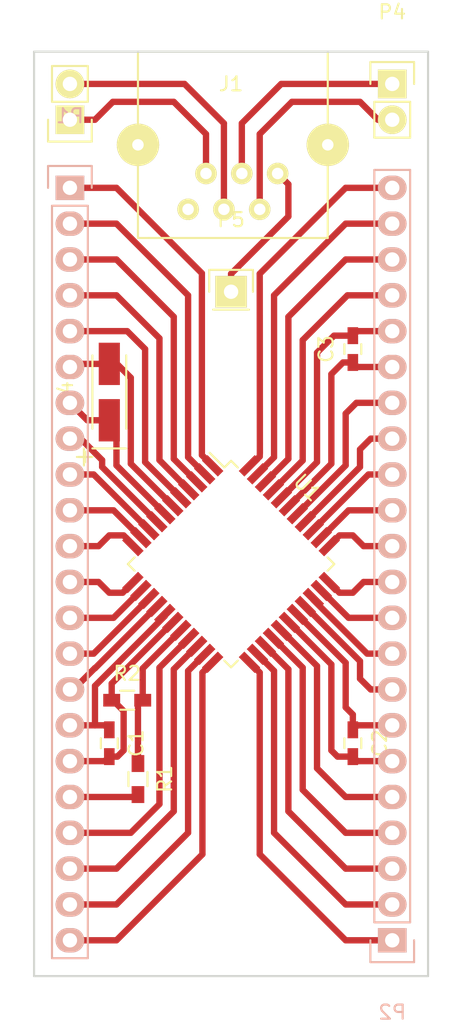
<source format=kicad_pcb>
(kicad_pcb (version 4) (host pcbnew 4.0.0-stable)

  (general
    (links 60)
    (no_connects 0)
    (area 106.651667 67.689 139.728334 140.695)
    (thickness 1.6)
    (drawings 4)
    (tracks 212)
    (zones 0)
    (modules 13)
    (nets 54)
  )

  (page A4)
  (layers
    (0 F.Cu signal)
    (31 B.Cu signal)
    (32 B.Adhes user)
    (33 F.Adhes user)
    (34 B.Paste user)
    (35 F.Paste user)
    (36 B.SilkS user)
    (37 F.SilkS user)
    (38 B.Mask user)
    (39 F.Mask user)
    (40 Dwgs.User user)
    (41 Cmts.User user)
    (42 Eco1.User user)
    (43 Eco2.User user)
    (44 Edge.Cuts user)
    (45 Margin user)
    (46 B.CrtYd user)
    (47 F.CrtYd user)
    (48 B.Fab user)
    (49 F.Fab user)
  )

  (setup
    (last_trace_width 0.45)
    (trace_clearance 0.2)
    (zone_clearance 0.508)
    (zone_45_only no)
    (trace_min 0.2)
    (segment_width 0.2)
    (edge_width 0.15)
    (via_size 0.6)
    (via_drill 0.4)
    (via_min_size 0.4)
    (via_min_drill 0.3)
    (uvia_size 0.3)
    (uvia_drill 0.1)
    (uvias_allowed no)
    (uvia_min_size 0.2)
    (uvia_min_drill 0.1)
    (pcb_text_width 0.3)
    (pcb_text_size 1.5 1.5)
    (mod_edge_width 0.15)
    (mod_text_size 1 1)
    (mod_text_width 0.15)
    (pad_size 1.524 1.524)
    (pad_drill 0.762)
    (pad_to_mask_clearance 0.2)
    (aux_axis_origin 0 0)
    (visible_elements 7FFFFFBF)
    (pcbplotparams
      (layerselection 0x01000_80000001)
      (usegerberextensions false)
      (excludeedgelayer true)
      (linewidth 0.100000)
      (plotframeref false)
      (viasonmask false)
      (mode 1)
      (useauxorigin false)
      (hpglpennumber 1)
      (hpglpenspeed 20)
      (hpglpendiameter 15)
      (hpglpenoverlay 2)
      (psnegative false)
      (psa4output false)
      (plotreference true)
      (plotvalue true)
      (plotinvisibletext false)
      (padsonsilk false)
      (subtractmaskfromsilk false)
      (outputformat 1)
      (mirror false)
      (drillshape 0)
      (scaleselection 1)
      (outputdirectory ""))
  )

  (net 0 "")
  (net 1 /1)
  (net 2 /2)
  (net 3 /3)
  (net 4 /4)
  (net 5 /5)
  (net 6 /6)
  (net 7 /7)
  (net 8 /8)
  (net 9 /9)
  (net 10 /10)
  (net 11 /11)
  (net 12 /12)
  (net 13 /13)
  (net 14 /14)
  (net 15 /15)
  (net 16 /16)
  (net 17 /17)
  (net 18 /18)
  (net 19 /19)
  (net 20 /20)
  (net 21 /21)
  (net 22 /22)
  (net 23 /23)
  (net 24 /24)
  (net 25 /25)
  (net 26 /26)
  (net 27 /27)
  (net 28 /28)
  (net 29 /29)
  (net 30 /30)
  (net 31 /31)
  (net 32 /32)
  (net 33 /33)
  (net 34 /34)
  (net 35 /35)
  (net 36 /36)
  (net 37 /37)
  (net 38 /38)
  (net 39 /39)
  (net 40 /40)
  (net 41 /41)
  (net 42 /42)
  (net 43 /43)
  (net 44 /44)
  (net 45 /~MCLR~)
  (net 46 "Net-(J1-Pad6)")
  (net 47 "Net-(J1-Pad8)")
  (net 48 "Net-(J1-Pad7)")
  (net 49 "Net-(J1-Pad4)")
  (net 50 "Net-(J1-Pad2)")
  (net 51 "Net-(J1-Pad1)")
  (net 52 "Net-(J1-Pad3)")
  (net 53 "Net-(J1-Pad5)")

  (net_class Default "This is the default net class."
    (clearance 0.2)
    (trace_width 0.45)
    (via_dia 0.6)
    (via_drill 0.4)
    (uvia_dia 0.3)
    (uvia_drill 0.1)
    (add_net /1)
    (add_net /10)
    (add_net /11)
    (add_net /12)
    (add_net /13)
    (add_net /14)
    (add_net /15)
    (add_net /16)
    (add_net /17)
    (add_net /18)
    (add_net /19)
    (add_net /2)
    (add_net /20)
    (add_net /21)
    (add_net /22)
    (add_net /23)
    (add_net /24)
    (add_net /25)
    (add_net /26)
    (add_net /27)
    (add_net /28)
    (add_net /29)
    (add_net /3)
    (add_net /30)
    (add_net /31)
    (add_net /32)
    (add_net /33)
    (add_net /34)
    (add_net /35)
    (add_net /36)
    (add_net /37)
    (add_net /38)
    (add_net /39)
    (add_net /4)
    (add_net /40)
    (add_net /41)
    (add_net /42)
    (add_net /43)
    (add_net /44)
    (add_net /5)
    (add_net /6)
    (add_net /7)
    (add_net /8)
    (add_net /9)
    (add_net /~MCLR~)
    (add_net "Net-(J1-Pad1)")
    (add_net "Net-(J1-Pad2)")
    (add_net "Net-(J1-Pad3)")
    (add_net "Net-(J1-Pad4)")
    (add_net "Net-(J1-Pad5)")
    (add_net "Net-(J1-Pad6)")
    (add_net "Net-(J1-Pad7)")
    (add_net "Net-(J1-Pad8)")
  )

  (module Pin_Headers:Pin_Header_Straight_1x22 (layer B.Cu) (tedit 0) (tstamp 56FAF006)
    (at 111.76 81.28 180)
    (descr "Through hole pin header")
    (tags "pin header")
    (path /56FAE7D2)
    (fp_text reference P1 (at 0 5.1 180) (layer B.SilkS)
      (effects (font (size 1 1) (thickness 0.15)) (justify mirror))
    )
    (fp_text value CONN_01X22 (at 0 3.1 180) (layer B.Fab)
      (effects (font (size 1 1) (thickness 0.15)) (justify mirror))
    )
    (fp_line (start -1.75 1.75) (end -1.75 -55.1) (layer B.CrtYd) (width 0.05))
    (fp_line (start 1.75 1.75) (end 1.75 -55.1) (layer B.CrtYd) (width 0.05))
    (fp_line (start -1.75 1.75) (end 1.75 1.75) (layer B.CrtYd) (width 0.05))
    (fp_line (start -1.75 -55.1) (end 1.75 -55.1) (layer B.CrtYd) (width 0.05))
    (fp_line (start -1.27 -1.27) (end -1.27 -54.61) (layer B.SilkS) (width 0.15))
    (fp_line (start -1.27 -54.61) (end 1.27 -54.61) (layer B.SilkS) (width 0.15))
    (fp_line (start 1.27 -54.61) (end 1.27 -1.27) (layer B.SilkS) (width 0.15))
    (fp_line (start 1.55 1.55) (end 1.55 0) (layer B.SilkS) (width 0.15))
    (fp_line (start 1.27 -1.27) (end -1.27 -1.27) (layer B.SilkS) (width 0.15))
    (fp_line (start -1.55 0) (end -1.55 1.55) (layer B.SilkS) (width 0.15))
    (fp_line (start -1.55 1.55) (end 1.55 1.55) (layer B.SilkS) (width 0.15))
    (pad 1 thru_hole rect (at 0 0 180) (size 2.032 1.7272) (drill 1.016) (layers *.Cu *.Mask B.SilkS)
      (net 1 /1))
    (pad 2 thru_hole oval (at 0 -2.54 180) (size 2.032 1.7272) (drill 1.016) (layers *.Cu *.Mask B.SilkS)
      (net 2 /2))
    (pad 3 thru_hole oval (at 0 -5.08 180) (size 2.032 1.7272) (drill 1.016) (layers *.Cu *.Mask B.SilkS)
      (net 3 /3))
    (pad 4 thru_hole oval (at 0 -7.62 180) (size 2.032 1.7272) (drill 1.016) (layers *.Cu *.Mask B.SilkS)
      (net 4 /4))
    (pad 5 thru_hole oval (at 0 -10.16 180) (size 2.032 1.7272) (drill 1.016) (layers *.Cu *.Mask B.SilkS)
      (net 5 /5))
    (pad 6 thru_hole oval (at 0 -12.7 180) (size 2.032 1.7272) (drill 1.016) (layers *.Cu *.Mask B.SilkS)
      (net 6 /6))
    (pad 7 thru_hole oval (at 0 -15.24 180) (size 2.032 1.7272) (drill 1.016) (layers *.Cu *.Mask B.SilkS)
      (net 7 /7))
    (pad 8 thru_hole oval (at 0 -17.78 180) (size 2.032 1.7272) (drill 1.016) (layers *.Cu *.Mask B.SilkS)
      (net 8 /8))
    (pad 9 thru_hole oval (at 0 -20.32 180) (size 2.032 1.7272) (drill 1.016) (layers *.Cu *.Mask B.SilkS)
      (net 9 /9))
    (pad 10 thru_hole oval (at 0 -22.86 180) (size 2.032 1.7272) (drill 1.016) (layers *.Cu *.Mask B.SilkS)
      (net 10 /10))
    (pad 11 thru_hole oval (at 0 -25.4 180) (size 2.032 1.7272) (drill 1.016) (layers *.Cu *.Mask B.SilkS)
      (net 11 /11))
    (pad 12 thru_hole oval (at 0 -27.94 180) (size 2.032 1.7272) (drill 1.016) (layers *.Cu *.Mask B.SilkS)
      (net 12 /12))
    (pad 13 thru_hole oval (at 0 -30.48 180) (size 2.032 1.7272) (drill 1.016) (layers *.Cu *.Mask B.SilkS)
      (net 13 /13))
    (pad 14 thru_hole oval (at 0 -33.02 180) (size 2.032 1.7272) (drill 1.016) (layers *.Cu *.Mask B.SilkS)
      (net 14 /14))
    (pad 15 thru_hole oval (at 0 -35.56 180) (size 2.032 1.7272) (drill 1.016) (layers *.Cu *.Mask B.SilkS)
      (net 15 /15))
    (pad 16 thru_hole oval (at 0 -38.1 180) (size 2.032 1.7272) (drill 1.016) (layers *.Cu *.Mask B.SilkS)
      (net 16 /16))
    (pad 17 thru_hole oval (at 0 -40.64 180) (size 2.032 1.7272) (drill 1.016) (layers *.Cu *.Mask B.SilkS)
      (net 17 /17))
    (pad 18 thru_hole oval (at 0 -43.18 180) (size 2.032 1.7272) (drill 1.016) (layers *.Cu *.Mask B.SilkS)
      (net 18 /18))
    (pad 19 thru_hole oval (at 0 -45.72 180) (size 2.032 1.7272) (drill 1.016) (layers *.Cu *.Mask B.SilkS)
      (net 19 /19))
    (pad 20 thru_hole oval (at 0 -48.26 180) (size 2.032 1.7272) (drill 1.016) (layers *.Cu *.Mask B.SilkS)
      (net 20 /20))
    (pad 21 thru_hole oval (at 0 -50.8 180) (size 2.032 1.7272) (drill 1.016) (layers *.Cu *.Mask B.SilkS)
      (net 21 /21))
    (pad 22 thru_hole oval (at 0 -53.34 180) (size 2.032 1.7272) (drill 1.016) (layers *.Cu *.Mask B.SilkS)
      (net 22 /22))
    (model Pin_Headers.3dshapes/Pin_Header_Straight_1x22.wrl
      (at (xyz 0 -1.05 0))
      (scale (xyz 1 1 1))
      (rotate (xyz 0 0 90))
    )
  )

  (module Pin_Headers:Pin_Header_Straight_1x22 (layer B.Cu) (tedit 0) (tstamp 56FAF020)
    (at 134.62 134.62)
    (descr "Through hole pin header")
    (tags "pin header")
    (path /56FAE805)
    (fp_text reference P2 (at 0 5.1) (layer B.SilkS)
      (effects (font (size 1 1) (thickness 0.15)) (justify mirror))
    )
    (fp_text value CONN_01X22 (at 0 3.1) (layer B.Fab)
      (effects (font (size 1 1) (thickness 0.15)) (justify mirror))
    )
    (fp_line (start -1.75 1.75) (end -1.75 -55.1) (layer B.CrtYd) (width 0.05))
    (fp_line (start 1.75 1.75) (end 1.75 -55.1) (layer B.CrtYd) (width 0.05))
    (fp_line (start -1.75 1.75) (end 1.75 1.75) (layer B.CrtYd) (width 0.05))
    (fp_line (start -1.75 -55.1) (end 1.75 -55.1) (layer B.CrtYd) (width 0.05))
    (fp_line (start -1.27 -1.27) (end -1.27 -54.61) (layer B.SilkS) (width 0.15))
    (fp_line (start -1.27 -54.61) (end 1.27 -54.61) (layer B.SilkS) (width 0.15))
    (fp_line (start 1.27 -54.61) (end 1.27 -1.27) (layer B.SilkS) (width 0.15))
    (fp_line (start 1.55 1.55) (end 1.55 0) (layer B.SilkS) (width 0.15))
    (fp_line (start 1.27 -1.27) (end -1.27 -1.27) (layer B.SilkS) (width 0.15))
    (fp_line (start -1.55 0) (end -1.55 1.55) (layer B.SilkS) (width 0.15))
    (fp_line (start -1.55 1.55) (end 1.55 1.55) (layer B.SilkS) (width 0.15))
    (pad 1 thru_hole rect (at 0 0) (size 2.032 1.7272) (drill 1.016) (layers *.Cu *.Mask B.SilkS)
      (net 23 /23))
    (pad 2 thru_hole oval (at 0 -2.54) (size 2.032 1.7272) (drill 1.016) (layers *.Cu *.Mask B.SilkS)
      (net 24 /24))
    (pad 3 thru_hole oval (at 0 -5.08) (size 2.032 1.7272) (drill 1.016) (layers *.Cu *.Mask B.SilkS)
      (net 25 /25))
    (pad 4 thru_hole oval (at 0 -7.62) (size 2.032 1.7272) (drill 1.016) (layers *.Cu *.Mask B.SilkS)
      (net 26 /26))
    (pad 5 thru_hole oval (at 0 -10.16) (size 2.032 1.7272) (drill 1.016) (layers *.Cu *.Mask B.SilkS)
      (net 27 /27))
    (pad 6 thru_hole oval (at 0 -12.7) (size 2.032 1.7272) (drill 1.016) (layers *.Cu *.Mask B.SilkS)
      (net 28 /28))
    (pad 7 thru_hole oval (at 0 -15.24) (size 2.032 1.7272) (drill 1.016) (layers *.Cu *.Mask B.SilkS)
      (net 29 /29))
    (pad 8 thru_hole oval (at 0 -17.78) (size 2.032 1.7272) (drill 1.016) (layers *.Cu *.Mask B.SilkS)
      (net 30 /30))
    (pad 9 thru_hole oval (at 0 -20.32) (size 2.032 1.7272) (drill 1.016) (layers *.Cu *.Mask B.SilkS)
      (net 31 /31))
    (pad 10 thru_hole oval (at 0 -22.86) (size 2.032 1.7272) (drill 1.016) (layers *.Cu *.Mask B.SilkS)
      (net 32 /32))
    (pad 11 thru_hole oval (at 0 -25.4) (size 2.032 1.7272) (drill 1.016) (layers *.Cu *.Mask B.SilkS)
      (net 33 /33))
    (pad 12 thru_hole oval (at 0 -27.94) (size 2.032 1.7272) (drill 1.016) (layers *.Cu *.Mask B.SilkS)
      (net 34 /34))
    (pad 13 thru_hole oval (at 0 -30.48) (size 2.032 1.7272) (drill 1.016) (layers *.Cu *.Mask B.SilkS)
      (net 35 /35))
    (pad 14 thru_hole oval (at 0 -33.02) (size 2.032 1.7272) (drill 1.016) (layers *.Cu *.Mask B.SilkS)
      (net 36 /36))
    (pad 15 thru_hole oval (at 0 -35.56) (size 2.032 1.7272) (drill 1.016) (layers *.Cu *.Mask B.SilkS)
      (net 37 /37))
    (pad 16 thru_hole oval (at 0 -38.1) (size 2.032 1.7272) (drill 1.016) (layers *.Cu *.Mask B.SilkS)
      (net 38 /38))
    (pad 17 thru_hole oval (at 0 -40.64) (size 2.032 1.7272) (drill 1.016) (layers *.Cu *.Mask B.SilkS)
      (net 39 /39))
    (pad 18 thru_hole oval (at 0 -43.18) (size 2.032 1.7272) (drill 1.016) (layers *.Cu *.Mask B.SilkS)
      (net 40 /40))
    (pad 19 thru_hole oval (at 0 -45.72) (size 2.032 1.7272) (drill 1.016) (layers *.Cu *.Mask B.SilkS)
      (net 41 /41))
    (pad 20 thru_hole oval (at 0 -48.26) (size 2.032 1.7272) (drill 1.016) (layers *.Cu *.Mask B.SilkS)
      (net 42 /42))
    (pad 21 thru_hole oval (at 0 -50.8) (size 2.032 1.7272) (drill 1.016) (layers *.Cu *.Mask B.SilkS)
      (net 43 /43))
    (pad 22 thru_hole oval (at 0 -53.34) (size 2.032 1.7272) (drill 1.016) (layers *.Cu *.Mask B.SilkS)
      (net 44 /44))
    (model Pin_Headers.3dshapes/Pin_Header_Straight_1x22.wrl
      (at (xyz 0 -1.05 0))
      (scale (xyz 1 1 1))
      (rotate (xyz 0 0 90))
    )
  )

  (module Housings_QFP:LQFP-44_10x10mm_Pitch0.8mm (layer F.Cu) (tedit 54130A77) (tstamp 56FAF050)
    (at 123.19 107.95 315)
    (descr "LQFP44 (see Appnote_PCB_Guidelines_TRINAMIC_packages.pdf)")
    (tags "QFP 0.8")
    (path /56FAEAD5)
    (attr smd)
    (fp_text reference U1 (at 0 -7.65 315) (layer F.SilkS)
      (effects (font (size 1 1) (thickness 0.15)))
    )
    (fp_text value DSPIC33EP128GM304 (at 0 7.65 315) (layer F.Fab)
      (effects (font (size 1 1) (thickness 0.15)))
    )
    (fp_line (start -6.9 -6.9) (end -6.9 6.9) (layer F.CrtYd) (width 0.05))
    (fp_line (start 6.9 -6.9) (end 6.9 6.9) (layer F.CrtYd) (width 0.05))
    (fp_line (start -6.9 -6.9) (end 6.9 -6.9) (layer F.CrtYd) (width 0.05))
    (fp_line (start -6.9 6.9) (end 6.9 6.9) (layer F.CrtYd) (width 0.05))
    (fp_line (start -5.175 -5.175) (end -5.175 -4.505) (layer F.SilkS) (width 0.15))
    (fp_line (start 5.175 -5.175) (end 5.175 -4.505) (layer F.SilkS) (width 0.15))
    (fp_line (start 5.175 5.175) (end 5.175 4.505) (layer F.SilkS) (width 0.15))
    (fp_line (start -5.175 5.175) (end -5.175 4.505) (layer F.SilkS) (width 0.15))
    (fp_line (start -5.175 -5.175) (end -4.505 -5.175) (layer F.SilkS) (width 0.15))
    (fp_line (start -5.175 5.175) (end -4.505 5.175) (layer F.SilkS) (width 0.15))
    (fp_line (start 5.175 5.175) (end 4.505 5.175) (layer F.SilkS) (width 0.15))
    (fp_line (start 5.175 -5.175) (end 4.505 -5.175) (layer F.SilkS) (width 0.15))
    (fp_line (start -5.175 -4.505) (end -6.65 -4.505) (layer F.SilkS) (width 0.15))
    (pad 1 smd rect (at -5.85 -4 315) (size 1.6 0.56) (layers F.Cu F.Paste F.Mask)
      (net 1 /1))
    (pad 2 smd rect (at -5.85 -3.2 315) (size 1.6 0.56) (layers F.Cu F.Paste F.Mask)
      (net 2 /2))
    (pad 3 smd rect (at -5.85 -2.4 315) (size 1.6 0.56) (layers F.Cu F.Paste F.Mask)
      (net 3 /3))
    (pad 4 smd rect (at -5.85 -1.6 315) (size 1.6 0.56) (layers F.Cu F.Paste F.Mask)
      (net 4 /4))
    (pad 5 smd rect (at -5.85 -0.8 315) (size 1.6 0.56) (layers F.Cu F.Paste F.Mask)
      (net 5 /5))
    (pad 6 smd rect (at -5.85 0 315) (size 1.6 0.56) (layers F.Cu F.Paste F.Mask)
      (net 6 /6))
    (pad 7 smd rect (at -5.85 0.8 315) (size 1.6 0.56) (layers F.Cu F.Paste F.Mask)
      (net 7 /7))
    (pad 8 smd rect (at -5.85 1.6 315) (size 1.6 0.56) (layers F.Cu F.Paste F.Mask)
      (net 8 /8))
    (pad 9 smd rect (at -5.85 2.4 315) (size 1.6 0.56) (layers F.Cu F.Paste F.Mask)
      (net 9 /9))
    (pad 10 smd rect (at -5.85 3.2 315) (size 1.6 0.56) (layers F.Cu F.Paste F.Mask)
      (net 10 /10))
    (pad 11 smd rect (at -5.85 4 315) (size 1.6 0.56) (layers F.Cu F.Paste F.Mask)
      (net 11 /11))
    (pad 12 smd rect (at -4 5.85 45) (size 1.6 0.56) (layers F.Cu F.Paste F.Mask)
      (net 12 /12))
    (pad 13 smd rect (at -3.2 5.85 45) (size 1.6 0.56) (layers F.Cu F.Paste F.Mask)
      (net 13 /13))
    (pad 14 smd rect (at -2.4 5.85 45) (size 1.6 0.56) (layers F.Cu F.Paste F.Mask)
      (net 14 /14))
    (pad 15 smd rect (at -1.6 5.85 45) (size 1.6 0.56) (layers F.Cu F.Paste F.Mask)
      (net 15 /15))
    (pad 16 smd rect (at -0.8 5.85 45) (size 1.6 0.56) (layers F.Cu F.Paste F.Mask)
      (net 16 /16))
    (pad 17 smd rect (at 0 5.85 45) (size 1.6 0.56) (layers F.Cu F.Paste F.Mask)
      (net 17 /17))
    (pad 18 smd rect (at 0.8 5.85 45) (size 1.6 0.56) (layers F.Cu F.Paste F.Mask)
      (net 45 /~MCLR~))
    (pad 19 smd rect (at 1.6 5.85 45) (size 1.6 0.56) (layers F.Cu F.Paste F.Mask)
      (net 19 /19))
    (pad 20 smd rect (at 2.4 5.85 45) (size 1.6 0.56) (layers F.Cu F.Paste F.Mask)
      (net 20 /20))
    (pad 21 smd rect (at 3.2 5.85 45) (size 1.6 0.56) (layers F.Cu F.Paste F.Mask)
      (net 21 /21))
    (pad 22 smd rect (at 4 5.85 45) (size 1.6 0.56) (layers F.Cu F.Paste F.Mask)
      (net 22 /22))
    (pad 23 smd rect (at 5.85 4 315) (size 1.6 0.56) (layers F.Cu F.Paste F.Mask)
      (net 23 /23))
    (pad 24 smd rect (at 5.85 3.2 315) (size 1.6 0.56) (layers F.Cu F.Paste F.Mask)
      (net 24 /24))
    (pad 25 smd rect (at 5.85 2.4 315) (size 1.6 0.56) (layers F.Cu F.Paste F.Mask)
      (net 25 /25))
    (pad 26 smd rect (at 5.85 1.6 315) (size 1.6 0.56) (layers F.Cu F.Paste F.Mask)
      (net 26 /26))
    (pad 27 smd rect (at 5.85 0.8 315) (size 1.6 0.56) (layers F.Cu F.Paste F.Mask)
      (net 27 /27))
    (pad 28 smd rect (at 5.85 0 315) (size 1.6 0.56) (layers F.Cu F.Paste F.Mask)
      (net 28 /28))
    (pad 29 smd rect (at 5.85 -0.8 315) (size 1.6 0.56) (layers F.Cu F.Paste F.Mask)
      (net 29 /29))
    (pad 30 smd rect (at 5.85 -1.6 315) (size 1.6 0.56) (layers F.Cu F.Paste F.Mask)
      (net 30 /30))
    (pad 31 smd rect (at 5.85 -2.4 315) (size 1.6 0.56) (layers F.Cu F.Paste F.Mask)
      (net 31 /31))
    (pad 32 smd rect (at 5.85 -3.2 315) (size 1.6 0.56) (layers F.Cu F.Paste F.Mask)
      (net 32 /32))
    (pad 33 smd rect (at 5.85 -4 315) (size 1.6 0.56) (layers F.Cu F.Paste F.Mask)
      (net 33 /33))
    (pad 34 smd rect (at 4 -5.85 45) (size 1.6 0.56) (layers F.Cu F.Paste F.Mask)
      (net 34 /34))
    (pad 35 smd rect (at 3.2 -5.85 45) (size 1.6 0.56) (layers F.Cu F.Paste F.Mask)
      (net 35 /35))
    (pad 36 smd rect (at 2.4 -5.85 45) (size 1.6 0.56) (layers F.Cu F.Paste F.Mask)
      (net 36 /36))
    (pad 37 smd rect (at 1.6 -5.85 45) (size 1.6 0.56) (layers F.Cu F.Paste F.Mask)
      (net 37 /37))
    (pad 38 smd rect (at 0.8 -5.85 45) (size 1.6 0.56) (layers F.Cu F.Paste F.Mask)
      (net 38 /38))
    (pad 39 smd rect (at 0 -5.85 45) (size 1.6 0.56) (layers F.Cu F.Paste F.Mask)
      (net 39 /39))
    (pad 40 smd rect (at -0.8 -5.85 45) (size 1.6 0.56) (layers F.Cu F.Paste F.Mask)
      (net 40 /40))
    (pad 41 smd rect (at -1.6 -5.85 45) (size 1.6 0.56) (layers F.Cu F.Paste F.Mask)
      (net 41 /41))
    (pad 42 smd rect (at -2.4 -5.85 45) (size 1.6 0.56) (layers F.Cu F.Paste F.Mask)
      (net 42 /42))
    (pad 43 smd rect (at -3.2 -5.85 45) (size 1.6 0.56) (layers F.Cu F.Paste F.Mask)
      (net 43 /43))
    (pad 44 smd rect (at -4 -5.85 45) (size 1.6 0.56) (layers F.Cu F.Paste F.Mask)
      (net 44 /44))
    (model Housings_QFP.3dshapes/LQFP-44_10x10mm_Pitch0.8mm.wrl
      (at (xyz 0 0 0))
      (scale (xyz 1 1 1))
      (rotate (xyz 0 0 0))
    )
  )

  (module Capacitors_SMD:C_0603_HandSoldering (layer F.Cu) (tedit 541A9B4D) (tstamp 56FB8053)
    (at 114.554 120.65 270)
    (descr "Capacitor SMD 0603, hand soldering")
    (tags "capacitor 0603")
    (path /56FB240F)
    (attr smd)
    (fp_text reference C1 (at 0 -1.9 270) (layer F.SilkS)
      (effects (font (size 1 1) (thickness 0.15)))
    )
    (fp_text value 100nF (at 0 1.9 270) (layer F.Fab)
      (effects (font (size 1 1) (thickness 0.15)))
    )
    (fp_line (start -1.85 -0.75) (end 1.85 -0.75) (layer F.CrtYd) (width 0.05))
    (fp_line (start -1.85 0.75) (end 1.85 0.75) (layer F.CrtYd) (width 0.05))
    (fp_line (start -1.85 -0.75) (end -1.85 0.75) (layer F.CrtYd) (width 0.05))
    (fp_line (start 1.85 -0.75) (end 1.85 0.75) (layer F.CrtYd) (width 0.05))
    (fp_line (start -0.35 -0.6) (end 0.35 -0.6) (layer F.SilkS) (width 0.15))
    (fp_line (start 0.35 0.6) (end -0.35 0.6) (layer F.SilkS) (width 0.15))
    (pad 1 smd rect (at -0.95 0 270) (size 1.2 0.75) (layers F.Cu F.Paste F.Mask)
      (net 16 /16))
    (pad 2 smd rect (at 0.95 0 270) (size 1.2 0.75) (layers F.Cu F.Paste F.Mask)
      (net 17 /17))
    (model Capacitors_SMD.3dshapes/C_0603_HandSoldering.wrl
      (at (xyz 0 0 0))
      (scale (xyz 1 1 1))
      (rotate (xyz 0 0 0))
    )
  )

  (module Capacitors_SMD:C_0603_HandSoldering (layer F.Cu) (tedit 541A9B4D) (tstamp 56FB805F)
    (at 131.826 120.65 270)
    (descr "Capacitor SMD 0603, hand soldering")
    (tags "capacitor 0603")
    (path /56FB2494)
    (attr smd)
    (fp_text reference C2 (at 0 -1.9 270) (layer F.SilkS)
      (effects (font (size 1 1) (thickness 0.15)))
    )
    (fp_text value 100nF (at 0 1.9 270) (layer F.Fab)
      (effects (font (size 1 1) (thickness 0.15)))
    )
    (fp_line (start -1.85 -0.75) (end 1.85 -0.75) (layer F.CrtYd) (width 0.05))
    (fp_line (start -1.85 0.75) (end 1.85 0.75) (layer F.CrtYd) (width 0.05))
    (fp_line (start -1.85 -0.75) (end -1.85 0.75) (layer F.CrtYd) (width 0.05))
    (fp_line (start 1.85 -0.75) (end 1.85 0.75) (layer F.CrtYd) (width 0.05))
    (fp_line (start -0.35 -0.6) (end 0.35 -0.6) (layer F.SilkS) (width 0.15))
    (fp_line (start 0.35 0.6) (end -0.35 0.6) (layer F.SilkS) (width 0.15))
    (pad 1 smd rect (at -0.95 0 270) (size 1.2 0.75) (layers F.Cu F.Paste F.Mask)
      (net 29 /29))
    (pad 2 smd rect (at 0.95 0 270) (size 1.2 0.75) (layers F.Cu F.Paste F.Mask)
      (net 28 /28))
    (model Capacitors_SMD.3dshapes/C_0603_HandSoldering.wrl
      (at (xyz 0 0 0))
      (scale (xyz 1 1 1))
      (rotate (xyz 0 0 0))
    )
  )

  (module Capacitors_SMD:C_0603_HandSoldering (layer F.Cu) (tedit 541A9B4D) (tstamp 56FB806B)
    (at 131.826 92.71 90)
    (descr "Capacitor SMD 0603, hand soldering")
    (tags "capacitor 0603")
    (path /56FB24E1)
    (attr smd)
    (fp_text reference C3 (at 0 -1.9 90) (layer F.SilkS)
      (effects (font (size 1 1) (thickness 0.15)))
    )
    (fp_text value 100nF (at 0 1.9 90) (layer F.Fab)
      (effects (font (size 1 1) (thickness 0.15)))
    )
    (fp_line (start -1.85 -0.75) (end 1.85 -0.75) (layer F.CrtYd) (width 0.05))
    (fp_line (start -1.85 0.75) (end 1.85 0.75) (layer F.CrtYd) (width 0.05))
    (fp_line (start -1.85 -0.75) (end -1.85 0.75) (layer F.CrtYd) (width 0.05))
    (fp_line (start 1.85 -0.75) (end 1.85 0.75) (layer F.CrtYd) (width 0.05))
    (fp_line (start -0.35 -0.6) (end 0.35 -0.6) (layer F.SilkS) (width 0.15))
    (fp_line (start 0.35 0.6) (end -0.35 0.6) (layer F.SilkS) (width 0.15))
    (pad 1 smd rect (at -0.95 0 90) (size 1.2 0.75) (layers F.Cu F.Paste F.Mask)
      (net 39 /39))
    (pad 2 smd rect (at 0.95 0 90) (size 1.2 0.75) (layers F.Cu F.Paste F.Mask)
      (net 40 /40))
    (model Capacitors_SMD.3dshapes/C_0603_HandSoldering.wrl
      (at (xyz 0 0 0))
      (scale (xyz 1 1 1))
      (rotate (xyz 0 0 0))
    )
  )

  (module Resistors_SMD:R_0603_HandSoldering (layer F.Cu) (tedit 5418A00F) (tstamp 56FD11A4)
    (at 116.586 123.19 270)
    (descr "Resistor SMD 0603, hand soldering")
    (tags "resistor 0603")
    (path /56FB9DCF)
    (attr smd)
    (fp_text reference R1 (at 0 -1.9 270) (layer F.SilkS)
      (effects (font (size 1 1) (thickness 0.15)))
    )
    (fp_text value 470E (at 0 1.9 270) (layer F.Fab)
      (effects (font (size 1 1) (thickness 0.15)))
    )
    (fp_line (start -2 -0.8) (end 2 -0.8) (layer F.CrtYd) (width 0.05))
    (fp_line (start -2 0.8) (end 2 0.8) (layer F.CrtYd) (width 0.05))
    (fp_line (start -2 -0.8) (end -2 0.8) (layer F.CrtYd) (width 0.05))
    (fp_line (start 2 -0.8) (end 2 0.8) (layer F.CrtYd) (width 0.05))
    (fp_line (start 0.5 0.675) (end -0.5 0.675) (layer F.SilkS) (width 0.15))
    (fp_line (start -0.5 -0.675) (end 0.5 -0.675) (layer F.SilkS) (width 0.15))
    (pad 1 smd rect (at -1.1 0 270) (size 1.2 0.9) (layers F.Cu F.Paste F.Mask)
      (net 45 /~MCLR~))
    (pad 2 smd rect (at 1.1 0 270) (size 1.2 0.9) (layers F.Cu F.Paste F.Mask)
      (net 18 /18))
    (model Resistors_SMD.3dshapes/R_0603_HandSoldering.wrl
      (at (xyz 0 0 0))
      (scale (xyz 1 1 1))
      (rotate (xyz 0 0 0))
    )
  )

  (module Resistors_SMD:R_0603_HandSoldering (layer F.Cu) (tedit 5418A00F) (tstamp 56FD11AA)
    (at 115.824 117.602)
    (descr "Resistor SMD 0603, hand soldering")
    (tags "resistor 0603")
    (path /56FB9BD4)
    (attr smd)
    (fp_text reference R2 (at 0 -1.9) (layer F.SilkS)
      (effects (font (size 1 1) (thickness 0.15)))
    )
    (fp_text value 10K (at 0 1.9) (layer F.Fab)
      (effects (font (size 1 1) (thickness 0.15)))
    )
    (fp_line (start -2 -0.8) (end 2 -0.8) (layer F.CrtYd) (width 0.05))
    (fp_line (start -2 0.8) (end 2 0.8) (layer F.CrtYd) (width 0.05))
    (fp_line (start -2 -0.8) (end -2 0.8) (layer F.CrtYd) (width 0.05))
    (fp_line (start 2 -0.8) (end 2 0.8) (layer F.CrtYd) (width 0.05))
    (fp_line (start 0.5 0.675) (end -0.5 0.675) (layer F.SilkS) (width 0.15))
    (fp_line (start -0.5 -0.675) (end 0.5 -0.675) (layer F.SilkS) (width 0.15))
    (pad 1 smd rect (at -1.1 0) (size 1.2 0.9) (layers F.Cu F.Paste F.Mask)
      (net 17 /17))
    (pad 2 smd rect (at 1.1 0) (size 1.2 0.9) (layers F.Cu F.Paste F.Mask)
      (net 45 /~MCLR~))
    (model Resistors_SMD.3dshapes/R_0603_HandSoldering.wrl
      (at (xyz 0 0 0))
      (scale (xyz 1 1 1))
      (rotate (xyz 0 0 0))
    )
  )

  (module Capacitors_Tantalum_SMD:TantalC_SizeA_EIA-3216_HandSoldering (layer F.Cu) (tedit 0) (tstamp 56FD14F1)
    (at 114.554 95.758 90)
    (descr "Tantal Cap. , Size A, EIA-3216, Hand Soldering,")
    (tags "Tantal Cap. , Size A, EIA-3216, Hand Soldering,")
    (path /56FB3507)
    (attr smd)
    (fp_text reference C4 (at -0.20066 -3.0988 90) (layer F.SilkS)
      (effects (font (size 1 1) (thickness 0.15)))
    )
    (fp_text value 10uF (at -0.09906 3.0988 90) (layer F.Fab)
      (effects (font (size 1 1) (thickness 0.15)))
    )
    (fp_text user + (at -4.59994 -1.80086 90) (layer F.SilkS)
      (effects (font (size 1 1) (thickness 0.15)))
    )
    (fp_line (start -2.60096 1.19888) (end 2.60096 1.19888) (layer F.SilkS) (width 0.15))
    (fp_line (start 2.60096 -1.19888) (end -2.60096 -1.19888) (layer F.SilkS) (width 0.15))
    (fp_line (start -4.59994 -2.2987) (end -4.59994 -1.19888) (layer F.SilkS) (width 0.15))
    (fp_line (start -5.19938 -1.79832) (end -4.0005 -1.79832) (layer F.SilkS) (width 0.15))
    (fp_line (start -3.99542 -1.19888) (end -3.99542 1.19888) (layer F.SilkS) (width 0.15))
    (pad 2 smd rect (at 1.99898 0 90) (size 2.99974 1.50114) (layers F.Cu F.Paste F.Mask)
      (net 6 /6))
    (pad 1 smd rect (at -1.99898 0 90) (size 2.99974 1.50114) (layers F.Cu F.Paste F.Mask)
      (net 7 /7))
    (model Capacitors_Tantalum_SMD.3dshapes/TantalC_SizeA_EIA-3216_HandSoldering.wrl
      (at (xyz 0 0 0))
      (scale (xyz 1 1 1))
      (rotate (xyz 0 0 180))
    )
  )

  (module Connect:RJ12_E (layer F.Cu) (tedit 0) (tstamp 56FD27A0)
    (at 123.19 73.914 180)
    (path /56FD3EEA)
    (fp_text reference J1 (at 0 0 180) (layer F.SilkS)
      (effects (font (size 1 1) (thickness 0.15)))
    )
    (fp_text value RJ12 (at 0 -2.54 180) (layer F.Fab)
      (effects (font (size 1 1) (thickness 0.15)))
    )
    (fp_line (start -6.858 -10.922) (end -6.858 2.286) (layer F.SilkS) (width 0.15))
    (fp_line (start 6.604 -10.922) (end 6.604 2.286) (layer F.SilkS) (width 0.15))
    (fp_line (start -6.858 2.286) (end 6.604 2.286) (layer F.SilkS) (width 0.15))
    (fp_line (start 5.842 -10.922) (end 6.604 -10.922) (layer F.SilkS) (width 0.15))
    (fp_line (start -6.858 -10.922) (end 5.842 -10.922) (layer F.SilkS) (width 0.15))
    (pad 4 thru_hole circle (at 0.508 -8.89 180) (size 1.524 1.524) (drill 0.8128) (layers *.Cu *.Mask F.SilkS)
      (net 49 "Net-(J1-Pad4)"))
    (pad 2 thru_hole circle (at -2.032 -8.89 180) (size 1.524 1.524) (drill 0.8128) (layers *.Cu *.Mask F.SilkS)
      (net 50 "Net-(J1-Pad2)"))
    (pad 6 thru_hole circle (at 3.048 -8.89 180) (size 1.524 1.524) (drill 0.8128) (layers *.Cu *.Mask F.SilkS)
      (net 46 "Net-(J1-Pad6)"))
    (pad 1 thru_hole circle (at -3.302 -6.35 180) (size 1.524 1.524) (drill 0.8128) (layers *.Cu *.Mask F.SilkS)
      (net 51 "Net-(J1-Pad1)"))
    (pad 3 thru_hole circle (at -0.762 -6.35 180) (size 1.524 1.524) (drill 0.8128) (layers *.Cu *.Mask F.SilkS)
      (net 52 "Net-(J1-Pad3)"))
    (pad 5 thru_hole circle (at 1.778 -6.35 180) (size 1.524 1.524) (drill 0.8128) (layers *.Cu *.Mask F.SilkS)
      (net 53 "Net-(J1-Pad5)"))
    (pad 8 thru_hole circle (at 6.604 -4.318 180) (size 2.99974 2.99974) (drill 0.8128) (layers *.Cu *.Mask F.SilkS)
      (net 47 "Net-(J1-Pad8)"))
    (pad 7 thru_hole circle (at -6.858 -4.318 180) (size 2.99974 2.99974) (drill 0.8128) (layers *.Cu *.Mask F.SilkS)
      (net 48 "Net-(J1-Pad7)"))
  )

  (module Pin_Headers:Pin_Header_Straight_1x02 (layer F.Cu) (tedit 54EA090C) (tstamp 56FD5517)
    (at 111.76 76.454 180)
    (descr "Through hole pin header")
    (tags "pin header")
    (path /56FD53CB)
    (fp_text reference P3 (at 0 -5.1 180) (layer F.SilkS)
      (effects (font (size 1 1) (thickness 0.15)))
    )
    (fp_text value CONN_01X02 (at 0 -3.1 180) (layer F.Fab)
      (effects (font (size 1 1) (thickness 0.15)))
    )
    (fp_line (start 1.27 1.27) (end 1.27 3.81) (layer F.SilkS) (width 0.15))
    (fp_line (start 1.55 -1.55) (end 1.55 0) (layer F.SilkS) (width 0.15))
    (fp_line (start -1.75 -1.75) (end -1.75 4.3) (layer F.CrtYd) (width 0.05))
    (fp_line (start 1.75 -1.75) (end 1.75 4.3) (layer F.CrtYd) (width 0.05))
    (fp_line (start -1.75 -1.75) (end 1.75 -1.75) (layer F.CrtYd) (width 0.05))
    (fp_line (start -1.75 4.3) (end 1.75 4.3) (layer F.CrtYd) (width 0.05))
    (fp_line (start 1.27 1.27) (end -1.27 1.27) (layer F.SilkS) (width 0.15))
    (fp_line (start -1.55 0) (end -1.55 -1.55) (layer F.SilkS) (width 0.15))
    (fp_line (start -1.55 -1.55) (end 1.55 -1.55) (layer F.SilkS) (width 0.15))
    (fp_line (start -1.27 1.27) (end -1.27 3.81) (layer F.SilkS) (width 0.15))
    (fp_line (start -1.27 3.81) (end 1.27 3.81) (layer F.SilkS) (width 0.15))
    (pad 1 thru_hole rect (at 0 0 180) (size 2.032 2.032) (drill 1.016) (layers *.Cu *.Mask F.SilkS)
      (net 53 "Net-(J1-Pad5)"))
    (pad 2 thru_hole oval (at 0 2.54 180) (size 2.032 2.032) (drill 1.016) (layers *.Cu *.Mask F.SilkS)
      (net 49 "Net-(J1-Pad4)"))
    (model Pin_Headers.3dshapes/Pin_Header_Straight_1x02.wrl
      (at (xyz 0 -0.05 0))
      (scale (xyz 1 1 1))
      (rotate (xyz 0 0 90))
    )
  )

  (module Pin_Headers:Pin_Header_Straight_1x02 (layer F.Cu) (tedit 54EA090C) (tstamp 56FD551D)
    (at 134.62 73.914)
    (descr "Through hole pin header")
    (tags "pin header")
    (path /56FD5879)
    (fp_text reference P4 (at 0 -5.1) (layer F.SilkS)
      (effects (font (size 1 1) (thickness 0.15)))
    )
    (fp_text value CONN_01X02 (at 0 -3.1) (layer F.Fab)
      (effects (font (size 1 1) (thickness 0.15)))
    )
    (fp_line (start 1.27 1.27) (end 1.27 3.81) (layer F.SilkS) (width 0.15))
    (fp_line (start 1.55 -1.55) (end 1.55 0) (layer F.SilkS) (width 0.15))
    (fp_line (start -1.75 -1.75) (end -1.75 4.3) (layer F.CrtYd) (width 0.05))
    (fp_line (start 1.75 -1.75) (end 1.75 4.3) (layer F.CrtYd) (width 0.05))
    (fp_line (start -1.75 -1.75) (end 1.75 -1.75) (layer F.CrtYd) (width 0.05))
    (fp_line (start -1.75 4.3) (end 1.75 4.3) (layer F.CrtYd) (width 0.05))
    (fp_line (start 1.27 1.27) (end -1.27 1.27) (layer F.SilkS) (width 0.15))
    (fp_line (start -1.55 0) (end -1.55 -1.55) (layer F.SilkS) (width 0.15))
    (fp_line (start -1.55 -1.55) (end 1.55 -1.55) (layer F.SilkS) (width 0.15))
    (fp_line (start -1.27 1.27) (end -1.27 3.81) (layer F.SilkS) (width 0.15))
    (fp_line (start -1.27 3.81) (end 1.27 3.81) (layer F.SilkS) (width 0.15))
    (pad 1 thru_hole rect (at 0 0) (size 2.032 2.032) (drill 1.016) (layers *.Cu *.Mask F.SilkS)
      (net 52 "Net-(J1-Pad3)"))
    (pad 2 thru_hole oval (at 0 2.54) (size 2.032 2.032) (drill 1.016) (layers *.Cu *.Mask F.SilkS)
      (net 50 "Net-(J1-Pad2)"))
    (model Pin_Headers.3dshapes/Pin_Header_Straight_1x02.wrl
      (at (xyz 0 -0.05 0))
      (scale (xyz 1 1 1))
      (rotate (xyz 0 0 90))
    )
  )

  (module Pin_Headers:Pin_Header_Straight_1x01 (layer F.Cu) (tedit 54EA08DC) (tstamp 56FD5A8B)
    (at 123.19 88.646)
    (descr "Through hole pin header")
    (tags "pin header")
    (path /56FD70CB)
    (fp_text reference P5 (at 0 -5.1) (layer F.SilkS)
      (effects (font (size 1 1) (thickness 0.15)))
    )
    (fp_text value CONN_01X01 (at 0 -3.1) (layer F.Fab)
      (effects (font (size 1 1) (thickness 0.15)))
    )
    (fp_line (start 1.55 -1.55) (end 1.55 0) (layer F.SilkS) (width 0.15))
    (fp_line (start -1.75 -1.75) (end -1.75 1.75) (layer F.CrtYd) (width 0.05))
    (fp_line (start 1.75 -1.75) (end 1.75 1.75) (layer F.CrtYd) (width 0.05))
    (fp_line (start -1.75 -1.75) (end 1.75 -1.75) (layer F.CrtYd) (width 0.05))
    (fp_line (start -1.75 1.75) (end 1.75 1.75) (layer F.CrtYd) (width 0.05))
    (fp_line (start -1.55 0) (end -1.55 -1.55) (layer F.SilkS) (width 0.15))
    (fp_line (start -1.55 -1.55) (end 1.55 -1.55) (layer F.SilkS) (width 0.15))
    (fp_line (start -1.27 1.27) (end 1.27 1.27) (layer F.SilkS) (width 0.15))
    (pad 1 thru_hole rect (at 0 0) (size 2.2352 2.2352) (drill 1.016) (layers *.Cu *.Mask F.SilkS)
      (net 51 "Net-(J1-Pad1)"))
    (model Pin_Headers.3dshapes/Pin_Header_Straight_1x01.wrl
      (at (xyz 0 0 0))
      (scale (xyz 1 1 1))
      (rotate (xyz 0 0 90))
    )
  )

  (gr_line (start 137.16 137.16) (end 137.16 71.628) (angle 90) (layer Edge.Cuts) (width 0.15))
  (gr_line (start 109.22 137.16) (end 109.22 71.628) (angle 90) (layer Edge.Cuts) (width 0.15))
  (gr_line (start 137.16 137.16) (end 109.22 137.16) (angle 90) (layer Edge.Cuts) (width 0.15))
  (gr_line (start 109.22 71.628) (end 137.16 71.628) (angle 90) (layer Edge.Cuts) (width 0.15))

  (segment (start 121.881852 100.984998) (end 121.119852 100.222998) (width 0.45) (layer F.Cu) (net 1))
  (segment (start 115.062 81.28) (end 111.76 81.28) (width 0.45) (layer F.Cu) (net 1))
  (segment (start 115.062 81.28) (end 121.119852 87.337852) (width 0.45) (layer F.Cu) (net 1) (tstamp 56FAF647))
  (segment (start 121.119852 87.337852) (end 121.119852 100.222998) (width 0.45) (layer F.Cu) (net 1) (tstamp 56FAF651))
  (segment (start 111.76 83.82) (end 115.062 83.82) (width 0.45) (layer F.Cu) (net 2))
  (segment (start 120.142 100.376517) (end 121.316167 101.550684) (width 0.45) (layer F.Cu) (net 2) (tstamp 56FAF6C8))
  (segment (start 120.142 88.9) (end 120.142 100.376517) (width 0.45) (layer F.Cu) (net 2) (tstamp 56FAF6C0))
  (segment (start 115.062 83.82) (end 120.142 88.9) (width 0.45) (layer F.Cu) (net 2) (tstamp 56FAF6A1))
  (segment (start 111.76 86.36) (end 115.062 86.36) (width 0.45) (layer F.Cu) (net 3))
  (segment (start 119.126 100.491887) (end 120.750482 102.116369) (width 0.45) (layer F.Cu) (net 3) (tstamp 56FAF9BC))
  (segment (start 119.126 90.424) (end 119.126 100.491887) (width 0.45) (layer F.Cu) (net 3) (tstamp 56FAF9B3))
  (segment (start 115.062 86.36) (end 119.126 90.424) (width 0.45) (layer F.Cu) (net 3) (tstamp 56FAF9A8))
  (segment (start 111.76 88.9) (end 115.062 88.9) (width 0.45) (layer F.Cu) (net 4))
  (segment (start 118.11 100.580755) (end 120.184796 102.682054) (width 0.45) (layer F.Cu) (net 4) (tstamp 56FAF722))
  (segment (start 118.11 91.948) (end 118.11 100.580755) (width 0.45) (layer F.Cu) (net 4) (tstamp 56FAF71B))
  (segment (start 115.062 88.9) (end 118.11 91.948) (width 0.45) (layer F.Cu) (net 4) (tstamp 56FAF703))
  (segment (start 111.76 91.44) (end 115.824 91.44) (width 0.45) (layer F.Cu) (net 5))
  (segment (start 117.094 100.722629) (end 119.619111 103.24774) (width 0.45) (layer F.Cu) (net 5) (tstamp 56FAF72F))
  (segment (start 117.094 92.71) (end 117.094 100.722629) (width 0.45) (layer F.Cu) (net 5) (tstamp 56FAF72A))
  (segment (start 115.824 91.44) (end 117.094 92.71) (width 0.45) (layer F.Cu) (net 5) (tstamp 56FAF726))
  (segment (start 114.554 93.75902) (end 114.554 94.488) (width 0.45) (layer F.Cu) (net 6))
  (segment (start 115.062 93.726) (end 116.078 94.742) (width 0.45) (layer F.Cu) (net 6) (tstamp 56FD216F))
  (segment (start 116.078 94.742) (end 116.078 100.838) (width 0.45) (layer F.Cu) (net 6) (tstamp 56FD2173))
  (segment (start 114.554 93.75902) (end 111.98098 93.75902) (width 0.45) (layer F.Cu) (net 6))
  (segment (start 111.98098 93.75902) (end 111.76 93.98) (width 0.45) (layer F.Cu) (net 6) (tstamp 56FD216C))
  (segment (start 115.02898 93.98) (end 115.062 94.01302) (width 0.45) (layer F.Cu) (net 6) (tstamp 56FD210E))
  (segment (start 119.053425 103.813425) (end 116.078 100.838) (width 0.45) (layer F.Cu) (net 6) (tstamp 56FAF739))
  (segment (start 114.554 97.75698) (end 112.99698 97.75698) (width 0.45) (layer F.Cu) (net 7))
  (segment (start 112.99698 97.75698) (end 111.76 96.52) (width 0.45) (layer F.Cu) (net 7) (tstamp 56FD2167))
  (segment (start 115.062 100.953371) (end 115.062 98.26498) (width 0.45) (layer F.Cu) (net 7))
  (segment (start 115.062 98.26498) (end 114.554 97.75698) (width 0.45) (layer F.Cu) (net 7) (tstamp 56FD2161))
  (segment (start 118.48774 104.379111) (end 115.062 100.953371) (width 0.45) (layer F.Cu) (net 7) (tstamp 56FAF749))
  (segment (start 111.76 99.06) (end 112.522 99.06) (width 0.45) (layer F.Cu) (net 8))
  (segment (start 112.522 99.06) (end 114.046 100.584) (width 0.45) (layer F.Cu) (net 8) (tstamp 56FD20F9))
  (segment (start 114.046 100.584) (end 114.046 101.068742) (width 0.45) (layer F.Cu) (net 8) (tstamp 56FD2106))
  (segment (start 114.046 101.068742) (end 117.922054 104.944796) (width 0.45) (layer F.Cu) (net 8) (tstamp 56FD2107))
  (segment (start 111.76 101.6) (end 113.445887 101.6) (width 0.45) (layer F.Cu) (net 9))
  (segment (start 113.445887 101.6) (end 117.356369 105.510482) (width 0.45) (layer F.Cu) (net 9) (tstamp 56FAF757))
  (segment (start 111.76 104.14) (end 114.854517 104.14) (width 0.45) (layer F.Cu) (net 10))
  (segment (start 114.854517 104.14) (end 116.790684 106.076167) (width 0.45) (layer F.Cu) (net 10) (tstamp 56FAF760))
  (segment (start 116.224998 106.641852) (end 116.224998 106.572998) (width 0.45) (layer F.Cu) (net 11))
  (segment (start 116.224998 106.572998) (end 115.57 105.918) (width 0.45) (layer F.Cu) (net 11) (tstamp 56FAFA57))
  (segment (start 115.57 105.918) (end 114.554 105.918) (width 0.45) (layer F.Cu) (net 11) (tstamp 56FAFA5B))
  (segment (start 114.554 105.918) (end 113.792 106.68) (width 0.45) (layer F.Cu) (net 11) (tstamp 56FAFA63))
  (segment (start 113.792 106.68) (end 111.76 106.68) (width 0.45) (layer F.Cu) (net 11) (tstamp 56FAFA67))
  (segment (start 111.76 109.22) (end 113.792 109.22) (width 0.45) (layer F.Cu) (net 12))
  (segment (start 115.501146 109.982) (end 116.224998 109.258148) (width 0.45) (layer F.Cu) (net 12) (tstamp 56FAFD99))
  (segment (start 114.554 109.982) (end 115.501146 109.982) (width 0.45) (layer F.Cu) (net 12) (tstamp 56FAFD94))
  (segment (start 113.792 109.22) (end 114.554 109.982) (width 0.45) (layer F.Cu) (net 12) (tstamp 56FAFD92))
  (segment (start 111.76 111.76) (end 114.854517 111.76) (width 0.45) (layer F.Cu) (net 13))
  (segment (start 114.854517 111.76) (end 116.790684 109.823833) (width 0.45) (layer F.Cu) (net 13) (tstamp 56FAFDB8))
  (segment (start 111.76 114.3) (end 113.445887 114.3) (width 0.45) (layer F.Cu) (net 14))
  (segment (start 113.445887 114.3) (end 117.356369 110.389518) (width 0.45) (layer F.Cu) (net 14) (tstamp 56FAFDD7))
  (segment (start 111.76 116.84) (end 112.014 116.84) (width 0.45) (layer F.Cu) (net 15))
  (segment (start 113.538 115.339258) (end 117.922054 110.955204) (width 0.45) (layer F.Cu) (net 15) (tstamp 56FAFDF6))
  (segment (start 113.538 115.316) (end 113.538 115.339258) (width 0.45) (layer F.Cu) (net 15) (tstamp 56FAFDF0))
  (segment (start 112.014 116.84) (end 113.538 115.316) (width 0.45) (layer F.Cu) (net 15) (tstamp 56FAFDDC))
  (segment (start 114.554 115.57) (end 113.538 116.586) (width 0.45) (layer F.Cu) (net 16))
  (segment (start 113.538 116.586) (end 113.538 119.379508) (width 0.45) (layer F.Cu) (net 16) (tstamp 56FD234F))
  (segment (start 114.554 115.57) (end 115.316 114.808) (width 0.45) (layer F.Cu) (net 16) (tstamp 56FD21F3))
  (segment (start 111.76 119.38) (end 113.538 119.379508) (width 0.45) (layer F.Cu) (net 16))
  (segment (start 113.538 119.379508) (end 114.234 119.38) (width 0.45) (layer F.Cu) (net 16) (tstamp 56FD235E))
  (segment (start 114.234 119.38) (end 114.554 119.7) (width 0.45) (layer F.Cu) (net 16) (tstamp 56FD21F0))
  (segment (start 115.316 114.808) (end 118.48774 111.63626) (width 0.45) (layer F.Cu) (net 16) (tstamp 56FD1DC6))
  (segment (start 118.48774 111.63626) (end 118.48774 111.520889) (width 0.45) (layer F.Cu) (net 16) (tstamp 56FD1DC9))
  (segment (start 115.062 121.6) (end 115.128 121.6) (width 0.45) (layer F.Cu) (net 17))
  (segment (start 115.128 121.6) (end 115.57 121.158) (width 0.45) (layer F.Cu) (net 17) (tstamp 56FD23A6))
  (segment (start 115.57 121.158) (end 115.57 120.396) (width 0.45) (layer F.Cu) (net 17) (tstamp 56FD23A7))
  (segment (start 114.554 121.6) (end 115.062 121.6) (width 0.45) (layer F.Cu) (net 17))
  (segment (start 114.724 117.602) (end 114.724 116.416) (width 0.45) (layer F.Cu) (net 17))
  (segment (start 114.724 116.416) (end 119.053425 112.086575) (width 0.45) (layer F.Cu) (net 17) (tstamp 56FD2370))
  (segment (start 114.724 117.602) (end 114.808 117.602) (width 0.45) (layer F.Cu) (net 17))
  (segment (start 114.808 117.602) (end 115.57 118.364) (width 0.45) (layer F.Cu) (net 17) (tstamp 56FD2360))
  (segment (start 115.57 118.364) (end 115.57 120.396) (width 0.45) (layer F.Cu) (net 17) (tstamp 56FD2364))
  (segment (start 114.62 121.666) (end 114.554 121.6) (width 0.45) (layer F.Cu) (net 17) (tstamp 56FD2281))
  (segment (start 114.554 121.6) (end 114.554 121.412) (width 0.45) (layer F.Cu) (net 17))
  (segment (start 111.76 121.92) (end 114.234 121.92) (width 0.45) (layer F.Cu) (net 17))
  (segment (start 114.234 121.92) (end 114.554 121.6) (width 0.45) (layer F.Cu) (net 17) (tstamp 56FD21ED))
  (segment (start 111.76 124.46) (end 116.416 124.46) (width 0.45) (layer F.Cu) (net 18))
  (segment (start 116.416 124.46) (end 116.586 124.29) (width 0.45) (layer F.Cu) (net 18) (tstamp 56FD2265))
  (segment (start 111.76 127) (end 116.078 127) (width 0.45) (layer F.Cu) (net 19))
  (segment (start 118.11 115.292742) (end 120.184796 113.217946) (width 0.45) (layer F.Cu) (net 19) (tstamp 56FAFEFE))
  (segment (start 118.11 124.968) (end 118.11 115.292742) (width 0.45) (layer F.Cu) (net 19) (tstamp 56FAFEFB))
  (segment (start 116.078 127) (end 118.11 124.968) (width 0.45) (layer F.Cu) (net 19) (tstamp 56FAFEF4))
  (segment (start 111.76 129.54) (end 115.062 129.54) (width 0.45) (layer F.Cu) (net 20))
  (segment (start 119.126 115.408113) (end 120.750482 113.783631) (width 0.45) (layer F.Cu) (net 20) (tstamp 56FAFF0D))
  (segment (start 119.126 125.476) (end 119.126 115.408113) (width 0.45) (layer F.Cu) (net 20) (tstamp 56FAFF09))
  (segment (start 115.062 129.54) (end 119.126 125.476) (width 0.45) (layer F.Cu) (net 20) (tstamp 56FAFF02))
  (segment (start 111.76 132.08) (end 115.062 132.08) (width 0.45) (layer F.Cu) (net 21))
  (segment (start 120.142 115.523483) (end 121.316167 114.349316) (width 0.45) (layer F.Cu) (net 21) (tstamp 56FAFF1B))
  (segment (start 120.142 127) (end 120.142 115.523483) (width 0.45) (layer F.Cu) (net 21) (tstamp 56FAFF18))
  (segment (start 115.062 132.08) (end 120.142 127) (width 0.45) (layer F.Cu) (net 21) (tstamp 56FAFF13))
  (segment (start 111.76 134.62) (end 115.062 134.62) (width 0.45) (layer F.Cu) (net 22))
  (segment (start 121.158 115.638854) (end 121.881852 114.915002) (width 0.45) (layer F.Cu) (net 22) (tstamp 56FAFF2F))
  (segment (start 121.158 128.524) (end 121.158 115.638854) (width 0.45) (layer F.Cu) (net 22) (tstamp 56FAFF2B))
  (segment (start 115.062 134.62) (end 121.158 128.524) (width 0.45) (layer F.Cu) (net 22) (tstamp 56FAFF20))
  (segment (start 134.62 134.62) (end 131.318 134.62) (width 0.45) (layer F.Cu) (net 23))
  (segment (start 125.222 115.638854) (end 124.498148 114.915002) (width 0.45) (layer F.Cu) (net 23) (tstamp 56FAFF65))
  (segment (start 125.222 128.524) (end 125.222 115.638854) (width 0.45) (layer F.Cu) (net 23) (tstamp 56FAFF4B))
  (segment (start 131.318 134.62) (end 125.222 128.524) (width 0.45) (layer F.Cu) (net 23) (tstamp 56FAFF40))
  (segment (start 134.62 132.08) (end 131.318 132.08) (width 0.45) (layer F.Cu) (net 24))
  (segment (start 126.238 115.523483) (end 125.063833 114.349316) (width 0.45) (layer F.Cu) (net 24) (tstamp 56FAFF77))
  (segment (start 126.238 127) (end 126.238 115.523483) (width 0.45) (layer F.Cu) (net 24) (tstamp 56FAFF72))
  (segment (start 131.318 132.08) (end 126.238 127) (width 0.45) (layer F.Cu) (net 24) (tstamp 56FAFF6A))
  (segment (start 134.62 129.54) (end 131.318 129.54) (width 0.45) (layer F.Cu) (net 25))
  (segment (start 127.254 115.408113) (end 125.629518 113.783631) (width 0.45) (layer F.Cu) (net 25) (tstamp 56FAFF84))
  (segment (start 127.254 125.476) (end 127.254 115.408113) (width 0.45) (layer F.Cu) (net 25) (tstamp 56FAFF80))
  (segment (start 131.318 129.54) (end 127.254 125.476) (width 0.45) (layer F.Cu) (net 25) (tstamp 56FAFF7B))
  (segment (start 134.62 127) (end 131.318 127) (width 0.45) (layer F.Cu) (net 26))
  (segment (start 128.27 115.292742) (end 126.195204 113.217946) (width 0.45) (layer F.Cu) (net 26) (tstamp 56FAFF93))
  (segment (start 128.27 123.952) (end 128.27 115.292742) (width 0.45) (layer F.Cu) (net 26) (tstamp 56FAFF91))
  (segment (start 131.318 127) (end 128.27 123.952) (width 0.45) (layer F.Cu) (net 26) (tstamp 56FAFF8C))
  (segment (start 134.62 124.46) (end 131.318 124.46) (width 0.45) (layer F.Cu) (net 27))
  (segment (start 129.286 115.177371) (end 126.760889 112.65226) (width 0.45) (layer F.Cu) (net 27) (tstamp 56FAFF9D))
  (segment (start 129.286 122.428) (end 129.286 115.177371) (width 0.45) (layer F.Cu) (net 27) (tstamp 56FAFF9B))
  (segment (start 131.318 124.46) (end 129.286 122.428) (width 0.45) (layer F.Cu) (net 27) (tstamp 56FAFF97))
  (segment (start 134.62 121.92) (end 132.146 121.92) (width 0.45) (layer F.Cu) (net 28))
  (segment (start 132.146 121.92) (end 131.826 121.6) (width 0.45) (layer F.Cu) (net 28) (tstamp 56FD2004))
  (segment (start 131.826 121.6) (end 130.744 121.6) (width 0.45) (layer F.Cu) (net 28))
  (segment (start 130.744 121.6) (end 130.302 121.158) (width 0.45) (layer F.Cu) (net 28) (tstamp 56FD1FD5))
  (segment (start 130.302 121.158) (end 130.302 115.062) (width 0.45) (layer F.Cu) (net 28) (tstamp 56FD1FDA))
  (segment (start 130.302 115.062) (end 127.326575 112.086575) (width 0.45) (layer F.Cu) (net 28) (tstamp 56FD1FDF))
  (segment (start 131.826 119.7) (end 131.826 118.618) (width 0.45) (layer F.Cu) (net 29))
  (segment (start 131.826 118.618) (end 131.318 118.11) (width 0.45) (layer F.Cu) (net 29) (tstamp 56FD1FF5))
  (segment (start 131.318 118.11) (end 131.318 114.946629) (width 0.45) (layer F.Cu) (net 29) (tstamp 56FD1FFA))
  (segment (start 131.318 114.946629) (end 127.89226 111.520889) (width 0.45) (layer F.Cu) (net 29) (tstamp 56FD1FFC))
  (segment (start 134.62 119.38) (end 132.146 119.38) (width 0.45) (layer F.Cu) (net 29))
  (segment (start 132.146 119.38) (end 131.826 119.7) (width 0.45) (layer F.Cu) (net 29) (tstamp 56FD1FC9))
  (segment (start 134.62 116.84) (end 133.096 116.84) (width 0.45) (layer F.Cu) (net 30))
  (segment (start 132.334 114.831258) (end 128.457946 110.955204) (width 0.45) (layer F.Cu) (net 30) (tstamp 56FAFFC1))
  (segment (start 132.334 116.078) (end 132.334 114.831258) (width 0.45) (layer F.Cu) (net 30) (tstamp 56FAFFBF))
  (segment (start 133.096 116.84) (end 132.334 116.078) (width 0.45) (layer F.Cu) (net 30) (tstamp 56FAFFBD))
  (segment (start 134.62 114.3) (end 132.842 114.3) (width 0.45) (layer F.Cu) (net 31))
  (segment (start 132.842 114.3) (end 129.023631 110.481631) (width 0.45) (layer F.Cu) (net 31) (tstamp 56FAFFC6))
  (segment (start 129.023631 110.481631) (end 129.023631 110.389518) (width 0.45) (layer F.Cu) (net 31) (tstamp 56FAFFC9))
  (segment (start 134.62 111.76) (end 131.525483 111.76) (width 0.45) (layer F.Cu) (net 32))
  (segment (start 131.525483 111.76) (end 129.589316 109.823833) (width 0.45) (layer F.Cu) (net 32) (tstamp 56FAFFCE))
  (segment (start 134.62 109.22) (end 132.588 109.22) (width 0.45) (layer F.Cu) (net 33))
  (segment (start 130.878854 109.982) (end 130.155002 109.258148) (width 0.45) (layer F.Cu) (net 33) (tstamp 56FAFDA8))
  (segment (start 131.826 109.982) (end 130.878854 109.982) (width 0.45) (layer F.Cu) (net 33) (tstamp 56FAFDA5))
  (segment (start 132.588 109.22) (end 131.826 109.982) (width 0.45) (layer F.Cu) (net 33) (tstamp 56FAFDA1))
  (segment (start 134.62 106.68) (end 132.588 106.68) (width 0.45) (layer F.Cu) (net 34))
  (segment (start 130.878854 105.918) (end 130.155002 106.641852) (width 0.45) (layer F.Cu) (net 34) (tstamp 56FAFC6E))
  (segment (start 131.826 105.918) (end 130.878854 105.918) (width 0.45) (layer F.Cu) (net 34) (tstamp 56FAFC5E))
  (segment (start 132.588 106.68) (end 131.826 105.918) (width 0.45) (layer F.Cu) (net 34) (tstamp 56FAFC59))
  (segment (start 134.62 104.14) (end 131.525483 104.14) (width 0.45) (layer F.Cu) (net 35))
  (segment (start 131.525483 104.14) (end 129.589316 106.076167) (width 0.45) (layer F.Cu) (net 35) (tstamp 56FAFC54))
  (segment (start 134.62 101.6) (end 132.934113 101.6) (width 0.45) (layer F.Cu) (net 36))
  (segment (start 132.934113 101.6) (end 129.023631 105.510482) (width 0.45) (layer F.Cu) (net 36) (tstamp 56FAFC42))
  (segment (start 134.62 99.06) (end 133.096 99.06) (width 0.45) (layer F.Cu) (net 37))
  (segment (start 132.334 101.068742) (end 128.457946 104.944796) (width 0.45) (layer F.Cu) (net 37) (tstamp 56FAFC3C))
  (segment (start 132.334 99.822) (end 132.334 101.068742) (width 0.45) (layer F.Cu) (net 37) (tstamp 56FAFC38))
  (segment (start 133.096 99.06) (end 132.334 99.822) (width 0.45) (layer F.Cu) (net 37) (tstamp 56FAFC2A))
  (segment (start 134.62 96.52) (end 132.08 96.52) (width 0.45) (layer F.Cu) (net 38))
  (segment (start 131.318 100.953371) (end 127.89226 104.379111) (width 0.45) (layer F.Cu) (net 38) (tstamp 56FAFC21))
  (segment (start 131.318 97.282) (end 131.318 100.953371) (width 0.45) (layer F.Cu) (net 38) (tstamp 56FAFC1D))
  (segment (start 132.08 96.52) (end 131.318 97.282) (width 0.45) (layer F.Cu) (net 38) (tstamp 56FAFC17))
  (segment (start 134.62 93.98) (end 132.146 93.98) (width 0.45) (layer F.Cu) (net 39))
  (segment (start 132.146 93.98) (end 131.826 93.66) (width 0.45) (layer F.Cu) (net 39) (tstamp 56FD205E))
  (segment (start 131.826 93.66) (end 131.13 93.66) (width 0.45) (layer F.Cu) (net 39))
  (segment (start 131.13 93.66) (end 130.302 94.488) (width 0.45) (layer F.Cu) (net 39) (tstamp 56FD2059))
  (segment (start 130.302 94.488) (end 130.302 94.996) (width 0.45) (layer F.Cu) (net 39) (tstamp 56FD205B))
  (segment (start 130.302 100.838) (end 127.326575 103.813425) (width 0.45) (layer F.Cu) (net 39) (tstamp 56FAFC04))
  (segment (start 130.302 94.996) (end 130.302 100.838) (width 0.45) (layer F.Cu) (net 39) (tstamp 56FAFC02))
  (segment (start 134.62 91.44) (end 132.146 91.44) (width 0.45) (layer F.Cu) (net 40))
  (segment (start 132.146 91.44) (end 131.826 91.76) (width 0.45) (layer F.Cu) (net 40) (tstamp 56FD2056))
  (segment (start 131.826 91.76) (end 130.49 91.76) (width 0.45) (layer F.Cu) (net 40))
  (segment (start 130.49 91.76) (end 129.286 92.964) (width 0.45) (layer F.Cu) (net 40) (tstamp 56FD2050))
  (segment (start 129.286 100.722629) (end 126.760889 103.24774) (width 0.45) (layer F.Cu) (net 40) (tstamp 56FAFBF6))
  (segment (start 129.286 92.964) (end 129.286 100.722629) (width 0.45) (layer F.Cu) (net 40) (tstamp 56FAFBF4))
  (segment (start 134.62 88.9) (end 131.445 88.9) (width 0.45) (layer F.Cu) (net 41))
  (segment (start 128.27 100.607258) (end 126.195204 102.682054) (width 0.45) (layer F.Cu) (net 41) (tstamp 56FAFBE8))
  (segment (start 128.27 92.075) (end 128.27 100.607258) (width 0.45) (layer F.Cu) (net 41) (tstamp 56FAFBE6))
  (segment (start 131.445 88.9) (end 128.27 92.075) (width 0.45) (layer F.Cu) (net 41) (tstamp 56FAFBD7))
  (segment (start 134.62 86.36) (end 131.318 86.36) (width 0.45) (layer F.Cu) (net 42))
  (segment (start 127.254 100.491887) (end 125.629518 102.116369) (width 0.45) (layer F.Cu) (net 42) (tstamp 56FAFBD0))
  (segment (start 127.254 90.424) (end 127.254 100.491887) (width 0.45) (layer F.Cu) (net 42) (tstamp 56FAFBCE))
  (segment (start 131.318 86.36) (end 127.254 90.424) (width 0.45) (layer F.Cu) (net 42) (tstamp 56FAFBC4))
  (segment (start 134.62 83.82) (end 131.318 83.82) (width 0.45) (layer F.Cu) (net 43))
  (segment (start 126.238 100.376517) (end 125.063833 101.550684) (width 0.45) (layer F.Cu) (net 43) (tstamp 56FAFB88))
  (segment (start 126.238 88.9) (end 126.238 100.376517) (width 0.45) (layer F.Cu) (net 43) (tstamp 56FAFB82))
  (segment (start 131.318 83.82) (end 126.238 88.9) (width 0.45) (layer F.Cu) (net 43) (tstamp 56FAFB7B))
  (segment (start 125.233099 100.076486) (end 125.222 100.33) (width 0.45) (layer F.Cu) (net 44))
  (segment (start 125.222217 87.375783) (end 125.233099 100.076486) (width 0.45) (layer F.Cu) (net 44) (tstamp 56FAF696))
  (segment (start 125.222 100.33) (end 124.498148 100.984998) (width 0.45) (layer F.Cu) (net 44) (tstamp 56FAFABD))
  (segment (start 131.318 81.28) (end 125.222217 87.375783) (width 0.45) (layer F.Cu) (net 44) (tstamp 56FAF660))
  (segment (start 134.62 81.28) (end 131.318 81.28) (width 0.45) (layer F.Cu) (net 44))
  (segment (start 116.924 117.602) (end 116.924 115.347371) (width 0.45) (layer F.Cu) (net 45))
  (segment (start 116.924 115.347371) (end 119.619111 112.65226) (width 0.45) (layer F.Cu) (net 45) (tstamp 56FD2375))
  (segment (start 116.586 122.09) (end 116.586 117.94) (width 0.45) (layer F.Cu) (net 45))
  (segment (start 116.586 117.94) (end 116.924 117.602) (width 0.45) (layer F.Cu) (net 45) (tstamp 56FD236D))
  (segment (start 111.76 73.914) (end 119.888 73.914) (width 0.45) (layer F.Cu) (net 49))
  (segment (start 122.682 76.708) (end 122.682 82.804) (width 0.45) (layer F.Cu) (net 49) (tstamp 56FD599B))
  (segment (start 119.888 73.914) (end 122.682 76.708) (width 0.45) (layer F.Cu) (net 49) (tstamp 56FD5995))
  (segment (start 134.62 76.454) (end 133.604 76.454) (width 0.45) (layer F.Cu) (net 50))
  (segment (start 133.604 76.454) (end 132.334 75.184) (width 0.45) (layer F.Cu) (net 50) (tstamp 56FD58F6))
  (segment (start 132.334 75.184) (end 127.508 75.184) (width 0.45) (layer F.Cu) (net 50) (tstamp 56FD5917))
  (segment (start 127.508 75.184) (end 125.222 77.47) (width 0.45) (layer F.Cu) (net 50) (tstamp 56FD5919))
  (segment (start 125.222 77.47) (end 125.222 82.804) (width 0.45) (layer F.Cu) (net 50) (tstamp 56FD591D))
  (segment (start 123.19 88.646) (end 123.19 87.376) (width 0.45) (layer F.Cu) (net 51))
  (segment (start 127.254 81.026) (end 126.492 80.264) (width 0.45) (layer F.Cu) (net 51) (tstamp 56FD593C))
  (segment (start 127.254 83.312) (end 127.254 81.026) (width 0.45) (layer F.Cu) (net 51) (tstamp 56FD593A))
  (segment (start 126.492 84.074) (end 127.254 83.312) (width 0.45) (layer F.Cu) (net 51) (tstamp 56FD5936))
  (segment (start 123.19 87.376) (end 126.492 84.074) (width 0.45) (layer F.Cu) (net 51) (tstamp 56FD592D))
  (segment (start 134.62 73.914) (end 126.746 73.914) (width 0.45) (layer F.Cu) (net 52))
  (segment (start 123.952 76.708) (end 123.952 80.264) (width 0.45) (layer F.Cu) (net 52) (tstamp 56FD58F1))
  (segment (start 126.746 73.914) (end 123.952 76.708) (width 0.45) (layer F.Cu) (net 52) (tstamp 56FD58E4))
  (segment (start 111.76 76.454) (end 113.538 76.454) (width 0.45) (layer F.Cu) (net 53))
  (segment (start 121.412 77.47) (end 121.412 80.264) (width 0.45) (layer F.Cu) (net 53) (tstamp 56FD59A9))
  (segment (start 119.126 75.184) (end 121.412 77.47) (width 0.45) (layer F.Cu) (net 53) (tstamp 56FD59A6))
  (segment (start 114.808 75.184) (end 119.126 75.184) (width 0.45) (layer F.Cu) (net 53) (tstamp 56FD59A3))
  (segment (start 113.538 76.454) (end 114.808 75.184) (width 0.45) (layer F.Cu) (net 53) (tstamp 56FD599E))

)

</source>
